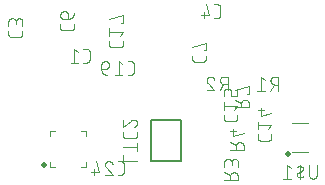
<source format=gbr>
G04 EAGLE Gerber X2 export*
%TF.Part,Single*%
%TF.FileFunction,Legend,Bot,1*%
%TF.FilePolarity,Positive*%
%TF.GenerationSoftware,Autodesk,EAGLE,9.1.0*%
%TF.CreationDate,2018-08-06T08:45:11Z*%
G75*
%MOMM*%
%FSLAX34Y34*%
%LPD*%
%AMOC8*
5,1,8,0,0,1.08239X$1,22.5*%
G01*
%ADD10C,0.101600*%
%ADD11C,0.127000*%
%ADD12C,0.500000*%
%ADD13C,0.120000*%


D10*
X122160Y573318D02*
X124756Y573318D01*
X124756Y573319D02*
X124855Y573321D01*
X124955Y573327D01*
X125054Y573336D01*
X125152Y573349D01*
X125250Y573366D01*
X125348Y573387D01*
X125444Y573412D01*
X125539Y573440D01*
X125633Y573472D01*
X125726Y573507D01*
X125818Y573546D01*
X125908Y573589D01*
X125996Y573634D01*
X126083Y573684D01*
X126167Y573736D01*
X126250Y573792D01*
X126330Y573850D01*
X126408Y573912D01*
X126483Y573977D01*
X126556Y574045D01*
X126626Y574115D01*
X126694Y574188D01*
X126759Y574263D01*
X126821Y574341D01*
X126879Y574421D01*
X126935Y574504D01*
X126987Y574588D01*
X127037Y574675D01*
X127082Y574763D01*
X127125Y574853D01*
X127164Y574945D01*
X127199Y575038D01*
X127231Y575132D01*
X127259Y575227D01*
X127284Y575323D01*
X127305Y575421D01*
X127322Y575519D01*
X127335Y575617D01*
X127344Y575716D01*
X127350Y575816D01*
X127352Y575915D01*
X127353Y575915D02*
X127353Y582406D01*
X127352Y582406D02*
X127350Y582505D01*
X127344Y582605D01*
X127335Y582704D01*
X127322Y582802D01*
X127305Y582900D01*
X127284Y582998D01*
X127259Y583094D01*
X127231Y583189D01*
X127199Y583283D01*
X127164Y583376D01*
X127125Y583468D01*
X127082Y583558D01*
X127037Y583646D01*
X126987Y583733D01*
X126935Y583817D01*
X126879Y583900D01*
X126821Y583980D01*
X126759Y584058D01*
X126694Y584133D01*
X126626Y584206D01*
X126556Y584276D01*
X126483Y584344D01*
X126408Y584409D01*
X126330Y584471D01*
X126250Y584529D01*
X126167Y584585D01*
X126083Y584637D01*
X125996Y584687D01*
X125908Y584732D01*
X125818Y584775D01*
X125726Y584814D01*
X125633Y584849D01*
X125539Y584881D01*
X125444Y584909D01*
X125348Y584934D01*
X125250Y584955D01*
X125152Y584972D01*
X125054Y584985D01*
X124955Y584994D01*
X124855Y585000D01*
X124756Y585002D01*
X122160Y585002D01*
X117794Y582406D02*
X114549Y585002D01*
X114549Y573318D01*
X117794Y573318D02*
X111303Y573318D01*
X269700Y512427D02*
X269700Y509831D01*
X269702Y509732D01*
X269708Y509632D01*
X269717Y509533D01*
X269730Y509435D01*
X269747Y509337D01*
X269768Y509239D01*
X269793Y509143D01*
X269821Y509048D01*
X269853Y508954D01*
X269888Y508861D01*
X269927Y508769D01*
X269970Y508679D01*
X270015Y508591D01*
X270065Y508504D01*
X270117Y508420D01*
X270173Y508337D01*
X270231Y508257D01*
X270293Y508179D01*
X270358Y508104D01*
X270426Y508031D01*
X270496Y507961D01*
X270569Y507893D01*
X270644Y507828D01*
X270722Y507766D01*
X270802Y507708D01*
X270885Y507652D01*
X270969Y507600D01*
X271056Y507550D01*
X271144Y507505D01*
X271234Y507462D01*
X271326Y507423D01*
X271419Y507388D01*
X271513Y507356D01*
X271608Y507328D01*
X271704Y507303D01*
X271802Y507282D01*
X271900Y507265D01*
X271998Y507252D01*
X272097Y507243D01*
X272197Y507237D01*
X272296Y507235D01*
X278787Y507235D01*
X278886Y507237D01*
X278986Y507243D01*
X279085Y507252D01*
X279183Y507265D01*
X279281Y507282D01*
X279379Y507303D01*
X279475Y507328D01*
X279570Y507356D01*
X279664Y507388D01*
X279757Y507423D01*
X279849Y507462D01*
X279939Y507505D01*
X280027Y507550D01*
X280114Y507600D01*
X280198Y507652D01*
X280281Y507708D01*
X280361Y507766D01*
X280439Y507828D01*
X280514Y507893D01*
X280587Y507961D01*
X280657Y508031D01*
X280725Y508104D01*
X280790Y508179D01*
X280852Y508257D01*
X280910Y508337D01*
X280966Y508420D01*
X281018Y508504D01*
X281068Y508591D01*
X281113Y508679D01*
X281156Y508769D01*
X281195Y508861D01*
X281230Y508953D01*
X281262Y509048D01*
X281290Y509143D01*
X281315Y509239D01*
X281336Y509337D01*
X281353Y509435D01*
X281366Y509533D01*
X281375Y509632D01*
X281381Y509732D01*
X281383Y509831D01*
X281384Y509831D02*
X281384Y512427D01*
X278787Y516793D02*
X281384Y520038D01*
X269700Y520038D01*
X269700Y516793D02*
X269700Y523284D01*
X272296Y528223D02*
X281384Y530819D01*
X272296Y528223D02*
X272296Y534714D01*
X274893Y532767D02*
X269700Y532767D01*
X240858Y528935D02*
X240858Y526339D01*
X240859Y526339D02*
X240861Y526240D01*
X240867Y526140D01*
X240876Y526041D01*
X240889Y525943D01*
X240906Y525845D01*
X240927Y525747D01*
X240952Y525651D01*
X240980Y525556D01*
X241012Y525462D01*
X241047Y525369D01*
X241086Y525277D01*
X241129Y525187D01*
X241174Y525099D01*
X241224Y525012D01*
X241276Y524928D01*
X241332Y524845D01*
X241390Y524765D01*
X241452Y524687D01*
X241517Y524612D01*
X241585Y524539D01*
X241655Y524469D01*
X241728Y524401D01*
X241803Y524336D01*
X241881Y524274D01*
X241961Y524216D01*
X242044Y524160D01*
X242128Y524108D01*
X242215Y524058D01*
X242303Y524013D01*
X242393Y523970D01*
X242485Y523931D01*
X242578Y523896D01*
X242672Y523864D01*
X242767Y523836D01*
X242863Y523811D01*
X242961Y523790D01*
X243059Y523773D01*
X243157Y523760D01*
X243256Y523751D01*
X243356Y523745D01*
X243455Y523743D01*
X243455Y523742D02*
X249946Y523742D01*
X249946Y523743D02*
X250045Y523745D01*
X250145Y523751D01*
X250244Y523760D01*
X250342Y523773D01*
X250440Y523790D01*
X250538Y523811D01*
X250634Y523836D01*
X250729Y523864D01*
X250823Y523896D01*
X250916Y523931D01*
X251008Y523970D01*
X251098Y524013D01*
X251186Y524058D01*
X251273Y524108D01*
X251357Y524160D01*
X251440Y524216D01*
X251520Y524274D01*
X251598Y524336D01*
X251673Y524401D01*
X251746Y524469D01*
X251816Y524539D01*
X251884Y524612D01*
X251949Y524687D01*
X252011Y524765D01*
X252069Y524845D01*
X252125Y524928D01*
X252177Y525012D01*
X252227Y525099D01*
X252272Y525187D01*
X252315Y525277D01*
X252354Y525369D01*
X252389Y525461D01*
X252421Y525556D01*
X252449Y525651D01*
X252474Y525747D01*
X252495Y525845D01*
X252512Y525943D01*
X252525Y526041D01*
X252534Y526140D01*
X252540Y526240D01*
X252542Y526339D01*
X252542Y528935D01*
X249946Y533301D02*
X252542Y536546D01*
X240858Y536546D01*
X240858Y533301D02*
X240858Y539792D01*
X240858Y544731D02*
X240858Y548625D01*
X240859Y548625D02*
X240861Y548724D01*
X240867Y548824D01*
X240876Y548923D01*
X240889Y549021D01*
X240906Y549119D01*
X240927Y549217D01*
X240952Y549313D01*
X240980Y549408D01*
X241012Y549502D01*
X241047Y549595D01*
X241086Y549687D01*
X241129Y549777D01*
X241174Y549865D01*
X241224Y549952D01*
X241276Y550036D01*
X241332Y550119D01*
X241390Y550199D01*
X241452Y550277D01*
X241517Y550352D01*
X241585Y550425D01*
X241655Y550495D01*
X241728Y550563D01*
X241803Y550628D01*
X241881Y550690D01*
X241961Y550748D01*
X242044Y550804D01*
X242128Y550856D01*
X242215Y550906D01*
X242303Y550951D01*
X242393Y550994D01*
X242485Y551033D01*
X242578Y551068D01*
X242672Y551100D01*
X242767Y551128D01*
X242863Y551153D01*
X242961Y551174D01*
X243059Y551191D01*
X243157Y551204D01*
X243256Y551213D01*
X243356Y551219D01*
X243455Y551221D01*
X243455Y551222D02*
X244753Y551222D01*
X244753Y551221D02*
X244852Y551219D01*
X244952Y551213D01*
X245051Y551204D01*
X245149Y551191D01*
X245247Y551174D01*
X245345Y551153D01*
X245441Y551128D01*
X245536Y551100D01*
X245630Y551068D01*
X245723Y551033D01*
X245815Y550994D01*
X245905Y550951D01*
X245993Y550906D01*
X246080Y550856D01*
X246164Y550804D01*
X246247Y550748D01*
X246327Y550690D01*
X246405Y550628D01*
X246480Y550563D01*
X246553Y550495D01*
X246623Y550425D01*
X246691Y550352D01*
X246756Y550277D01*
X246818Y550199D01*
X246876Y550119D01*
X246932Y550036D01*
X246984Y549952D01*
X247034Y549865D01*
X247079Y549777D01*
X247122Y549687D01*
X247161Y549595D01*
X247196Y549502D01*
X247228Y549408D01*
X247256Y549313D01*
X247281Y549217D01*
X247302Y549119D01*
X247319Y549021D01*
X247332Y548923D01*
X247341Y548824D01*
X247347Y548724D01*
X247349Y548625D01*
X247350Y548625D02*
X247350Y544731D01*
X252542Y544731D01*
X252542Y551222D01*
X143848Y588800D02*
X143848Y591396D01*
X143848Y588800D02*
X143850Y588701D01*
X143856Y588601D01*
X143865Y588502D01*
X143878Y588404D01*
X143895Y588306D01*
X143916Y588208D01*
X143941Y588112D01*
X143969Y588017D01*
X144001Y587923D01*
X144036Y587830D01*
X144075Y587738D01*
X144118Y587648D01*
X144163Y587560D01*
X144213Y587473D01*
X144265Y587389D01*
X144321Y587306D01*
X144379Y587226D01*
X144441Y587148D01*
X144506Y587073D01*
X144574Y587000D01*
X144644Y586930D01*
X144717Y586862D01*
X144792Y586797D01*
X144870Y586735D01*
X144950Y586677D01*
X145033Y586621D01*
X145117Y586569D01*
X145204Y586519D01*
X145292Y586474D01*
X145382Y586431D01*
X145474Y586392D01*
X145567Y586357D01*
X145661Y586325D01*
X145756Y586297D01*
X145852Y586272D01*
X145950Y586251D01*
X146048Y586234D01*
X146146Y586221D01*
X146245Y586212D01*
X146345Y586206D01*
X146444Y586204D01*
X146444Y586203D02*
X152935Y586203D01*
X152935Y586204D02*
X153034Y586206D01*
X153134Y586212D01*
X153233Y586221D01*
X153331Y586234D01*
X153429Y586251D01*
X153527Y586272D01*
X153623Y586297D01*
X153718Y586325D01*
X153812Y586357D01*
X153905Y586392D01*
X153997Y586431D01*
X154087Y586474D01*
X154175Y586519D01*
X154262Y586569D01*
X154346Y586621D01*
X154429Y586677D01*
X154509Y586735D01*
X154587Y586797D01*
X154662Y586862D01*
X154735Y586930D01*
X154805Y587000D01*
X154873Y587073D01*
X154938Y587148D01*
X155000Y587226D01*
X155058Y587306D01*
X155114Y587389D01*
X155166Y587473D01*
X155216Y587560D01*
X155261Y587648D01*
X155304Y587738D01*
X155343Y587830D01*
X155378Y587922D01*
X155410Y588017D01*
X155438Y588112D01*
X155463Y588208D01*
X155484Y588306D01*
X155501Y588404D01*
X155514Y588502D01*
X155523Y588601D01*
X155529Y588701D01*
X155531Y588800D01*
X155532Y588800D02*
X155532Y591396D01*
X152935Y595761D02*
X155532Y599007D01*
X143848Y599007D01*
X143848Y595761D02*
X143848Y602253D01*
X154233Y607191D02*
X155532Y607191D01*
X155532Y613682D01*
X143848Y610437D01*
X159605Y562774D02*
X162202Y562774D01*
X162202Y562775D02*
X162301Y562777D01*
X162401Y562783D01*
X162500Y562792D01*
X162598Y562805D01*
X162696Y562822D01*
X162794Y562843D01*
X162890Y562868D01*
X162985Y562896D01*
X163079Y562928D01*
X163172Y562963D01*
X163264Y563002D01*
X163354Y563045D01*
X163442Y563090D01*
X163529Y563140D01*
X163613Y563192D01*
X163696Y563248D01*
X163776Y563306D01*
X163854Y563368D01*
X163929Y563433D01*
X164002Y563501D01*
X164072Y563571D01*
X164140Y563644D01*
X164205Y563719D01*
X164267Y563797D01*
X164325Y563877D01*
X164381Y563960D01*
X164433Y564044D01*
X164483Y564131D01*
X164528Y564219D01*
X164571Y564309D01*
X164610Y564401D01*
X164645Y564494D01*
X164677Y564588D01*
X164705Y564683D01*
X164730Y564779D01*
X164751Y564877D01*
X164768Y564975D01*
X164781Y565073D01*
X164790Y565172D01*
X164796Y565272D01*
X164798Y565371D01*
X164798Y571862D01*
X164796Y571961D01*
X164790Y572061D01*
X164781Y572160D01*
X164768Y572258D01*
X164751Y572356D01*
X164730Y572454D01*
X164705Y572550D01*
X164677Y572645D01*
X164645Y572739D01*
X164610Y572832D01*
X164571Y572924D01*
X164528Y573014D01*
X164483Y573102D01*
X164433Y573189D01*
X164381Y573273D01*
X164325Y573356D01*
X164267Y573436D01*
X164205Y573514D01*
X164140Y573589D01*
X164072Y573662D01*
X164002Y573732D01*
X163929Y573800D01*
X163854Y573865D01*
X163776Y573927D01*
X163696Y573985D01*
X163613Y574041D01*
X163529Y574093D01*
X163442Y574143D01*
X163354Y574188D01*
X163264Y574231D01*
X163172Y574270D01*
X163079Y574305D01*
X162985Y574337D01*
X162890Y574365D01*
X162794Y574390D01*
X162696Y574411D01*
X162598Y574428D01*
X162500Y574441D01*
X162401Y574450D01*
X162301Y574456D01*
X162202Y574458D01*
X159605Y574458D01*
X155240Y571862D02*
X151994Y574458D01*
X151994Y562774D01*
X148749Y562774D02*
X155240Y562774D01*
X141213Y567967D02*
X137319Y567967D01*
X141213Y567968D02*
X141312Y567970D01*
X141412Y567976D01*
X141511Y567985D01*
X141609Y567998D01*
X141707Y568015D01*
X141805Y568036D01*
X141901Y568061D01*
X141996Y568089D01*
X142090Y568121D01*
X142183Y568156D01*
X142275Y568195D01*
X142365Y568238D01*
X142453Y568283D01*
X142540Y568333D01*
X142624Y568385D01*
X142707Y568441D01*
X142787Y568499D01*
X142865Y568561D01*
X142940Y568626D01*
X143013Y568694D01*
X143083Y568764D01*
X143151Y568837D01*
X143216Y568912D01*
X143278Y568990D01*
X143336Y569070D01*
X143392Y569153D01*
X143444Y569237D01*
X143494Y569324D01*
X143539Y569412D01*
X143582Y569502D01*
X143621Y569594D01*
X143656Y569687D01*
X143688Y569781D01*
X143716Y569876D01*
X143741Y569972D01*
X143762Y570070D01*
X143779Y570168D01*
X143792Y570266D01*
X143801Y570365D01*
X143807Y570465D01*
X143809Y570564D01*
X143810Y570564D02*
X143810Y571213D01*
X143808Y571326D01*
X143802Y571439D01*
X143792Y571552D01*
X143778Y571665D01*
X143761Y571777D01*
X143739Y571888D01*
X143714Y571998D01*
X143684Y572108D01*
X143651Y572216D01*
X143614Y572323D01*
X143574Y572429D01*
X143529Y572533D01*
X143481Y572636D01*
X143430Y572737D01*
X143375Y572836D01*
X143317Y572933D01*
X143255Y573028D01*
X143190Y573121D01*
X143122Y573211D01*
X143051Y573299D01*
X142976Y573385D01*
X142899Y573468D01*
X142819Y573548D01*
X142736Y573625D01*
X142650Y573700D01*
X142562Y573771D01*
X142472Y573839D01*
X142379Y573904D01*
X142284Y573966D01*
X142187Y574024D01*
X142088Y574079D01*
X141987Y574130D01*
X141884Y574178D01*
X141780Y574223D01*
X141674Y574263D01*
X141567Y574300D01*
X141459Y574333D01*
X141349Y574363D01*
X141239Y574388D01*
X141128Y574410D01*
X141016Y574427D01*
X140903Y574441D01*
X140790Y574451D01*
X140677Y574457D01*
X140564Y574459D01*
X140451Y574457D01*
X140338Y574451D01*
X140225Y574441D01*
X140112Y574427D01*
X140000Y574410D01*
X139889Y574388D01*
X139779Y574363D01*
X139669Y574333D01*
X139561Y574300D01*
X139454Y574263D01*
X139348Y574223D01*
X139244Y574178D01*
X139141Y574130D01*
X139040Y574079D01*
X138941Y574024D01*
X138844Y573966D01*
X138749Y573904D01*
X138656Y573839D01*
X138566Y573771D01*
X138478Y573700D01*
X138392Y573625D01*
X138309Y573548D01*
X138229Y573468D01*
X138152Y573385D01*
X138077Y573299D01*
X138006Y573211D01*
X137938Y573121D01*
X137873Y573028D01*
X137811Y572933D01*
X137753Y572836D01*
X137698Y572737D01*
X137647Y572636D01*
X137599Y572533D01*
X137554Y572429D01*
X137514Y572323D01*
X137477Y572216D01*
X137444Y572108D01*
X137414Y571998D01*
X137389Y571888D01*
X137367Y571777D01*
X137350Y571665D01*
X137336Y571552D01*
X137326Y571439D01*
X137320Y571326D01*
X137318Y571213D01*
X137319Y571213D02*
X137319Y567967D01*
X137321Y567824D01*
X137327Y567681D01*
X137337Y567538D01*
X137351Y567396D01*
X137368Y567254D01*
X137390Y567112D01*
X137415Y566971D01*
X137445Y566831D01*
X137478Y566692D01*
X137515Y566554D01*
X137556Y566417D01*
X137600Y566281D01*
X137649Y566146D01*
X137701Y566013D01*
X137756Y565881D01*
X137816Y565751D01*
X137879Y565622D01*
X137945Y565495D01*
X138015Y565371D01*
X138088Y565248D01*
X138165Y565127D01*
X138245Y565008D01*
X138328Y564892D01*
X138414Y564777D01*
X138503Y564666D01*
X138596Y564556D01*
X138691Y564450D01*
X138790Y564346D01*
X138891Y564245D01*
X138995Y564146D01*
X139101Y564051D01*
X139211Y563958D01*
X139322Y563869D01*
X139437Y563783D01*
X139553Y563700D01*
X139672Y563620D01*
X139793Y563543D01*
X139915Y563470D01*
X140040Y563400D01*
X140167Y563334D01*
X140296Y563271D01*
X140426Y563211D01*
X140558Y563156D01*
X140691Y563104D01*
X140826Y563055D01*
X140962Y563011D01*
X141099Y562970D01*
X141237Y562933D01*
X141376Y562900D01*
X141516Y562870D01*
X141657Y562845D01*
X141799Y562823D01*
X141941Y562806D01*
X142083Y562792D01*
X142226Y562782D01*
X142369Y562776D01*
X142512Y562774D01*
X151278Y478205D02*
X153874Y478205D01*
X153973Y478207D01*
X154073Y478213D01*
X154172Y478222D01*
X154270Y478235D01*
X154368Y478252D01*
X154466Y478273D01*
X154562Y478298D01*
X154657Y478326D01*
X154751Y478358D01*
X154844Y478393D01*
X154936Y478432D01*
X155026Y478475D01*
X155114Y478520D01*
X155201Y478570D01*
X155285Y478622D01*
X155368Y478678D01*
X155448Y478736D01*
X155526Y478798D01*
X155601Y478863D01*
X155674Y478931D01*
X155744Y479001D01*
X155812Y479074D01*
X155877Y479149D01*
X155939Y479227D01*
X155997Y479307D01*
X156053Y479390D01*
X156105Y479474D01*
X156155Y479561D01*
X156200Y479649D01*
X156243Y479739D01*
X156282Y479831D01*
X156317Y479924D01*
X156349Y480018D01*
X156377Y480113D01*
X156402Y480209D01*
X156423Y480307D01*
X156440Y480405D01*
X156453Y480503D01*
X156462Y480602D01*
X156468Y480702D01*
X156470Y480801D01*
X156470Y487292D01*
X156468Y487391D01*
X156462Y487491D01*
X156453Y487590D01*
X156440Y487688D01*
X156423Y487786D01*
X156402Y487884D01*
X156377Y487980D01*
X156349Y488075D01*
X156317Y488169D01*
X156282Y488262D01*
X156243Y488354D01*
X156200Y488444D01*
X156155Y488532D01*
X156105Y488619D01*
X156053Y488703D01*
X155997Y488786D01*
X155939Y488866D01*
X155877Y488944D01*
X155812Y489019D01*
X155744Y489092D01*
X155674Y489162D01*
X155601Y489230D01*
X155526Y489295D01*
X155448Y489357D01*
X155368Y489415D01*
X155285Y489471D01*
X155201Y489523D01*
X155114Y489573D01*
X155026Y489618D01*
X154936Y489661D01*
X154844Y489700D01*
X154751Y489735D01*
X154657Y489767D01*
X154562Y489795D01*
X154466Y489820D01*
X154368Y489841D01*
X154270Y489858D01*
X154172Y489871D01*
X154073Y489880D01*
X153973Y489886D01*
X153874Y489888D01*
X153874Y489889D02*
X151278Y489889D01*
X143342Y489889D02*
X143235Y489887D01*
X143129Y489881D01*
X143023Y489871D01*
X142917Y489858D01*
X142811Y489840D01*
X142707Y489819D01*
X142603Y489794D01*
X142500Y489765D01*
X142399Y489733D01*
X142299Y489696D01*
X142200Y489656D01*
X142102Y489613D01*
X142006Y489566D01*
X141912Y489515D01*
X141820Y489461D01*
X141730Y489404D01*
X141642Y489344D01*
X141557Y489280D01*
X141474Y489213D01*
X141393Y489143D01*
X141315Y489071D01*
X141239Y488995D01*
X141167Y488917D01*
X141097Y488836D01*
X141030Y488753D01*
X140966Y488668D01*
X140906Y488580D01*
X140849Y488490D01*
X140795Y488398D01*
X140744Y488304D01*
X140697Y488208D01*
X140654Y488110D01*
X140614Y488011D01*
X140577Y487911D01*
X140545Y487810D01*
X140516Y487707D01*
X140491Y487603D01*
X140470Y487499D01*
X140452Y487393D01*
X140439Y487287D01*
X140429Y487181D01*
X140423Y487075D01*
X140421Y486968D01*
X143342Y489889D02*
X143463Y489887D01*
X143584Y489881D01*
X143704Y489871D01*
X143825Y489858D01*
X143944Y489840D01*
X144064Y489819D01*
X144182Y489794D01*
X144299Y489765D01*
X144416Y489732D01*
X144531Y489696D01*
X144645Y489655D01*
X144758Y489612D01*
X144870Y489564D01*
X144979Y489513D01*
X145087Y489458D01*
X145194Y489400D01*
X145298Y489339D01*
X145400Y489274D01*
X145500Y489206D01*
X145598Y489135D01*
X145694Y489061D01*
X145787Y488984D01*
X145877Y488903D01*
X145965Y488820D01*
X146050Y488734D01*
X146133Y488645D01*
X146212Y488554D01*
X146289Y488460D01*
X146362Y488364D01*
X146432Y488266D01*
X146499Y488165D01*
X146563Y488062D01*
X146624Y487957D01*
X146681Y487850D01*
X146734Y487742D01*
X146784Y487632D01*
X146830Y487520D01*
X146873Y487407D01*
X146912Y487292D01*
X141396Y484696D02*
X141317Y484774D01*
X141241Y484854D01*
X141168Y484937D01*
X141098Y485023D01*
X141031Y485110D01*
X140967Y485201D01*
X140907Y485293D01*
X140849Y485387D01*
X140795Y485484D01*
X140745Y485582D01*
X140698Y485682D01*
X140654Y485783D01*
X140614Y485886D01*
X140578Y485991D01*
X140546Y486096D01*
X140517Y486203D01*
X140492Y486310D01*
X140470Y486419D01*
X140453Y486528D01*
X140439Y486637D01*
X140430Y486747D01*
X140424Y486858D01*
X140422Y486968D01*
X141395Y484696D02*
X146912Y478205D01*
X140421Y478205D01*
X135482Y480801D02*
X132886Y489889D01*
X135482Y480801D02*
X128991Y480801D01*
X130938Y483397D02*
X130938Y478205D01*
X58612Y597397D02*
X58612Y599993D01*
X58613Y597397D02*
X58615Y597298D01*
X58621Y597198D01*
X58630Y597099D01*
X58643Y597001D01*
X58660Y596903D01*
X58681Y596805D01*
X58706Y596709D01*
X58734Y596614D01*
X58766Y596520D01*
X58801Y596427D01*
X58840Y596335D01*
X58883Y596245D01*
X58928Y596157D01*
X58978Y596070D01*
X59030Y595986D01*
X59086Y595903D01*
X59144Y595823D01*
X59206Y595745D01*
X59271Y595670D01*
X59339Y595597D01*
X59409Y595527D01*
X59482Y595459D01*
X59557Y595394D01*
X59635Y595332D01*
X59715Y595274D01*
X59798Y595218D01*
X59882Y595166D01*
X59969Y595116D01*
X60057Y595071D01*
X60147Y595028D01*
X60239Y594989D01*
X60332Y594954D01*
X60426Y594922D01*
X60521Y594894D01*
X60617Y594869D01*
X60715Y594848D01*
X60813Y594831D01*
X60911Y594818D01*
X61010Y594809D01*
X61110Y594803D01*
X61209Y594801D01*
X61209Y594800D02*
X67700Y594800D01*
X67700Y594801D02*
X67799Y594803D01*
X67899Y594809D01*
X67998Y594818D01*
X68096Y594831D01*
X68194Y594848D01*
X68292Y594869D01*
X68388Y594894D01*
X68483Y594922D01*
X68577Y594954D01*
X68670Y594989D01*
X68762Y595028D01*
X68852Y595071D01*
X68940Y595116D01*
X69027Y595166D01*
X69111Y595218D01*
X69194Y595274D01*
X69274Y595332D01*
X69352Y595394D01*
X69427Y595459D01*
X69500Y595527D01*
X69570Y595597D01*
X69638Y595670D01*
X69703Y595745D01*
X69765Y595823D01*
X69823Y595903D01*
X69879Y595986D01*
X69931Y596070D01*
X69981Y596157D01*
X70026Y596245D01*
X70069Y596335D01*
X70108Y596427D01*
X70143Y596519D01*
X70175Y596614D01*
X70203Y596709D01*
X70228Y596805D01*
X70249Y596903D01*
X70266Y597001D01*
X70279Y597099D01*
X70288Y597198D01*
X70294Y597298D01*
X70296Y597397D01*
X70296Y599993D01*
X58612Y604358D02*
X58612Y607604D01*
X58614Y607717D01*
X58620Y607830D01*
X58630Y607943D01*
X58644Y608056D01*
X58661Y608168D01*
X58683Y608279D01*
X58708Y608389D01*
X58738Y608499D01*
X58771Y608607D01*
X58808Y608714D01*
X58848Y608820D01*
X58893Y608924D01*
X58941Y609027D01*
X58992Y609128D01*
X59047Y609227D01*
X59105Y609324D01*
X59167Y609419D01*
X59232Y609512D01*
X59300Y609602D01*
X59371Y609690D01*
X59446Y609776D01*
X59523Y609859D01*
X59603Y609939D01*
X59686Y610016D01*
X59772Y610091D01*
X59860Y610162D01*
X59950Y610230D01*
X60043Y610295D01*
X60138Y610357D01*
X60235Y610415D01*
X60334Y610470D01*
X60435Y610521D01*
X60538Y610569D01*
X60642Y610614D01*
X60748Y610654D01*
X60855Y610691D01*
X60963Y610724D01*
X61073Y610754D01*
X61183Y610779D01*
X61294Y610801D01*
X61406Y610818D01*
X61519Y610832D01*
X61632Y610842D01*
X61745Y610848D01*
X61858Y610850D01*
X61971Y610848D01*
X62084Y610842D01*
X62197Y610832D01*
X62310Y610818D01*
X62422Y610801D01*
X62533Y610779D01*
X62643Y610754D01*
X62753Y610724D01*
X62861Y610691D01*
X62968Y610654D01*
X63074Y610614D01*
X63178Y610569D01*
X63281Y610521D01*
X63382Y610470D01*
X63481Y610415D01*
X63578Y610357D01*
X63673Y610295D01*
X63766Y610230D01*
X63856Y610162D01*
X63944Y610091D01*
X64030Y610016D01*
X64113Y609939D01*
X64193Y609859D01*
X64270Y609776D01*
X64345Y609690D01*
X64416Y609602D01*
X64484Y609512D01*
X64549Y609419D01*
X64611Y609324D01*
X64669Y609227D01*
X64724Y609128D01*
X64775Y609027D01*
X64823Y608924D01*
X64868Y608820D01*
X64908Y608714D01*
X64945Y608607D01*
X64978Y608499D01*
X65008Y608389D01*
X65033Y608279D01*
X65055Y608168D01*
X65072Y608056D01*
X65086Y607943D01*
X65096Y607830D01*
X65102Y607717D01*
X65104Y607604D01*
X70296Y608253D02*
X70296Y604358D01*
X70296Y608253D02*
X70294Y608354D01*
X70288Y608454D01*
X70278Y608554D01*
X70265Y608654D01*
X70247Y608753D01*
X70226Y608852D01*
X70201Y608949D01*
X70172Y609046D01*
X70139Y609141D01*
X70103Y609235D01*
X70063Y609327D01*
X70020Y609418D01*
X69973Y609507D01*
X69923Y609594D01*
X69869Y609680D01*
X69812Y609763D01*
X69752Y609843D01*
X69689Y609922D01*
X69622Y609998D01*
X69553Y610071D01*
X69481Y610141D01*
X69407Y610209D01*
X69330Y610274D01*
X69250Y610335D01*
X69168Y610394D01*
X69084Y610449D01*
X68998Y610501D01*
X68910Y610550D01*
X68820Y610595D01*
X68728Y610637D01*
X68635Y610675D01*
X68540Y610709D01*
X68445Y610740D01*
X68348Y610767D01*
X68250Y610790D01*
X68151Y610810D01*
X68051Y610825D01*
X67951Y610837D01*
X67851Y610845D01*
X67750Y610849D01*
X67650Y610849D01*
X67549Y610845D01*
X67449Y610837D01*
X67349Y610825D01*
X67249Y610810D01*
X67150Y610790D01*
X67052Y610767D01*
X66955Y610740D01*
X66860Y610709D01*
X66765Y610675D01*
X66672Y610637D01*
X66580Y610595D01*
X66490Y610550D01*
X66402Y610501D01*
X66316Y610449D01*
X66232Y610394D01*
X66150Y610335D01*
X66070Y610274D01*
X65993Y610209D01*
X65919Y610141D01*
X65847Y610071D01*
X65778Y609998D01*
X65711Y609922D01*
X65648Y609843D01*
X65588Y609763D01*
X65531Y609680D01*
X65477Y609594D01*
X65427Y609507D01*
X65380Y609418D01*
X65337Y609327D01*
X65297Y609235D01*
X65261Y609141D01*
X65228Y609046D01*
X65199Y608949D01*
X65174Y608852D01*
X65153Y608753D01*
X65135Y608654D01*
X65122Y608554D01*
X65112Y608454D01*
X65106Y608354D01*
X65104Y608253D01*
X65103Y608253D02*
X65103Y605656D01*
X232855Y610920D02*
X235451Y610920D01*
X235451Y610921D02*
X235550Y610923D01*
X235650Y610929D01*
X235749Y610938D01*
X235847Y610951D01*
X235945Y610968D01*
X236043Y610989D01*
X236139Y611014D01*
X236234Y611042D01*
X236328Y611074D01*
X236421Y611109D01*
X236513Y611148D01*
X236603Y611191D01*
X236691Y611236D01*
X236778Y611286D01*
X236862Y611338D01*
X236945Y611394D01*
X237025Y611452D01*
X237103Y611514D01*
X237178Y611579D01*
X237251Y611647D01*
X237321Y611717D01*
X237389Y611790D01*
X237454Y611865D01*
X237516Y611943D01*
X237574Y612023D01*
X237630Y612106D01*
X237682Y612190D01*
X237732Y612277D01*
X237777Y612365D01*
X237820Y612455D01*
X237859Y612547D01*
X237894Y612640D01*
X237926Y612734D01*
X237954Y612829D01*
X237979Y612925D01*
X238000Y613023D01*
X238017Y613121D01*
X238030Y613219D01*
X238039Y613318D01*
X238045Y613418D01*
X238047Y613517D01*
X238048Y613517D02*
X238048Y620008D01*
X238047Y620008D02*
X238045Y620107D01*
X238039Y620207D01*
X238030Y620306D01*
X238017Y620404D01*
X238000Y620502D01*
X237979Y620600D01*
X237954Y620696D01*
X237926Y620791D01*
X237894Y620885D01*
X237859Y620978D01*
X237820Y621070D01*
X237777Y621160D01*
X237732Y621248D01*
X237682Y621335D01*
X237630Y621419D01*
X237574Y621502D01*
X237516Y621582D01*
X237454Y621660D01*
X237389Y621735D01*
X237321Y621808D01*
X237251Y621878D01*
X237178Y621946D01*
X237103Y622011D01*
X237025Y622073D01*
X236945Y622131D01*
X236862Y622187D01*
X236778Y622239D01*
X236691Y622289D01*
X236603Y622334D01*
X236513Y622377D01*
X236421Y622416D01*
X236328Y622451D01*
X236234Y622483D01*
X236139Y622511D01*
X236043Y622536D01*
X235945Y622557D01*
X235847Y622574D01*
X235749Y622587D01*
X235650Y622596D01*
X235550Y622602D01*
X235451Y622604D01*
X232855Y622604D01*
X225893Y622604D02*
X228489Y613517D01*
X221998Y613517D01*
X223946Y616113D02*
X223946Y610920D01*
X102480Y605809D02*
X102480Y603213D01*
X102481Y603213D02*
X102483Y603114D01*
X102489Y603014D01*
X102498Y602915D01*
X102511Y602817D01*
X102528Y602719D01*
X102549Y602621D01*
X102574Y602525D01*
X102602Y602430D01*
X102634Y602336D01*
X102669Y602243D01*
X102708Y602151D01*
X102751Y602061D01*
X102796Y601973D01*
X102846Y601886D01*
X102898Y601802D01*
X102954Y601719D01*
X103012Y601639D01*
X103074Y601561D01*
X103139Y601486D01*
X103207Y601413D01*
X103277Y601343D01*
X103350Y601275D01*
X103425Y601210D01*
X103503Y601148D01*
X103583Y601090D01*
X103666Y601034D01*
X103750Y600982D01*
X103837Y600932D01*
X103925Y600887D01*
X104015Y600844D01*
X104107Y600805D01*
X104200Y600770D01*
X104294Y600738D01*
X104389Y600710D01*
X104485Y600685D01*
X104583Y600664D01*
X104681Y600647D01*
X104779Y600634D01*
X104878Y600625D01*
X104978Y600619D01*
X105077Y600617D01*
X105077Y600616D02*
X111568Y600616D01*
X111568Y600617D02*
X111667Y600619D01*
X111767Y600625D01*
X111866Y600634D01*
X111964Y600647D01*
X112062Y600664D01*
X112160Y600685D01*
X112256Y600710D01*
X112351Y600738D01*
X112445Y600770D01*
X112538Y600805D01*
X112630Y600844D01*
X112720Y600887D01*
X112808Y600932D01*
X112895Y600982D01*
X112979Y601034D01*
X113062Y601090D01*
X113142Y601148D01*
X113220Y601210D01*
X113295Y601275D01*
X113368Y601343D01*
X113438Y601413D01*
X113506Y601486D01*
X113571Y601561D01*
X113633Y601639D01*
X113691Y601719D01*
X113747Y601802D01*
X113799Y601886D01*
X113849Y601973D01*
X113894Y602061D01*
X113937Y602151D01*
X113976Y602243D01*
X114011Y602335D01*
X114043Y602430D01*
X114071Y602525D01*
X114096Y602621D01*
X114117Y602719D01*
X114134Y602817D01*
X114147Y602915D01*
X114156Y603014D01*
X114162Y603114D01*
X114164Y603213D01*
X114164Y605809D01*
X108971Y610175D02*
X108971Y614069D01*
X108969Y614168D01*
X108963Y614268D01*
X108954Y614367D01*
X108941Y614465D01*
X108924Y614563D01*
X108903Y614661D01*
X108878Y614757D01*
X108850Y614852D01*
X108818Y614946D01*
X108783Y615039D01*
X108744Y615131D01*
X108701Y615221D01*
X108656Y615309D01*
X108606Y615396D01*
X108554Y615480D01*
X108498Y615563D01*
X108440Y615643D01*
X108378Y615721D01*
X108313Y615796D01*
X108245Y615869D01*
X108175Y615939D01*
X108102Y616007D01*
X108027Y616072D01*
X107949Y616134D01*
X107869Y616192D01*
X107786Y616248D01*
X107702Y616300D01*
X107615Y616350D01*
X107527Y616395D01*
X107437Y616438D01*
X107345Y616477D01*
X107252Y616512D01*
X107158Y616544D01*
X107063Y616572D01*
X106967Y616597D01*
X106869Y616618D01*
X106771Y616635D01*
X106673Y616648D01*
X106574Y616657D01*
X106474Y616663D01*
X106375Y616665D01*
X106375Y616666D02*
X105726Y616666D01*
X105613Y616664D01*
X105500Y616658D01*
X105387Y616648D01*
X105274Y616634D01*
X105162Y616617D01*
X105051Y616595D01*
X104941Y616570D01*
X104831Y616540D01*
X104723Y616507D01*
X104616Y616470D01*
X104510Y616430D01*
X104406Y616385D01*
X104303Y616337D01*
X104202Y616286D01*
X104103Y616231D01*
X104006Y616173D01*
X103911Y616111D01*
X103818Y616046D01*
X103728Y615978D01*
X103640Y615907D01*
X103554Y615832D01*
X103471Y615755D01*
X103391Y615675D01*
X103314Y615592D01*
X103239Y615506D01*
X103168Y615418D01*
X103100Y615328D01*
X103035Y615235D01*
X102973Y615140D01*
X102915Y615043D01*
X102860Y614944D01*
X102809Y614843D01*
X102761Y614740D01*
X102716Y614636D01*
X102676Y614530D01*
X102639Y614423D01*
X102606Y614315D01*
X102576Y614205D01*
X102551Y614095D01*
X102529Y613984D01*
X102512Y613872D01*
X102498Y613759D01*
X102488Y613646D01*
X102482Y613533D01*
X102480Y613420D01*
X102482Y613307D01*
X102488Y613194D01*
X102498Y613081D01*
X102512Y612968D01*
X102529Y612856D01*
X102551Y612745D01*
X102576Y612635D01*
X102606Y612525D01*
X102639Y612417D01*
X102676Y612310D01*
X102716Y612204D01*
X102761Y612100D01*
X102809Y611997D01*
X102860Y611896D01*
X102915Y611797D01*
X102973Y611700D01*
X103035Y611605D01*
X103100Y611512D01*
X103168Y611422D01*
X103239Y611334D01*
X103314Y611248D01*
X103391Y611165D01*
X103471Y611085D01*
X103554Y611008D01*
X103640Y610933D01*
X103728Y610862D01*
X103818Y610794D01*
X103911Y610729D01*
X104006Y610667D01*
X104103Y610609D01*
X104202Y610554D01*
X104303Y610503D01*
X104406Y610455D01*
X104510Y610410D01*
X104616Y610370D01*
X104723Y610333D01*
X104831Y610300D01*
X104941Y610270D01*
X105051Y610245D01*
X105162Y610223D01*
X105274Y610206D01*
X105387Y610192D01*
X105500Y610182D01*
X105613Y610176D01*
X105726Y610174D01*
X105726Y610175D02*
X108971Y610175D01*
X108971Y610174D02*
X109114Y610176D01*
X109257Y610182D01*
X109400Y610192D01*
X109542Y610206D01*
X109684Y610223D01*
X109826Y610245D01*
X109967Y610270D01*
X110107Y610300D01*
X110246Y610333D01*
X110384Y610370D01*
X110521Y610411D01*
X110657Y610455D01*
X110792Y610504D01*
X110925Y610556D01*
X111057Y610611D01*
X111187Y610671D01*
X111316Y610734D01*
X111443Y610800D01*
X111567Y610870D01*
X111690Y610943D01*
X111811Y611020D01*
X111930Y611100D01*
X112046Y611183D01*
X112161Y611269D01*
X112272Y611358D01*
X112382Y611451D01*
X112488Y611546D01*
X112592Y611645D01*
X112693Y611746D01*
X112792Y611850D01*
X112887Y611956D01*
X112980Y612066D01*
X113069Y612177D01*
X113155Y612292D01*
X113238Y612408D01*
X113318Y612527D01*
X113395Y612648D01*
X113468Y612770D01*
X113538Y612895D01*
X113604Y613022D01*
X113667Y613151D01*
X113727Y613281D01*
X113782Y613413D01*
X113834Y613546D01*
X113883Y613681D01*
X113927Y613817D01*
X113968Y613954D01*
X114005Y614092D01*
X114038Y614231D01*
X114068Y614371D01*
X114093Y614512D01*
X114115Y614654D01*
X114132Y614796D01*
X114146Y614938D01*
X114156Y615081D01*
X114162Y615224D01*
X114164Y615367D01*
X214211Y579195D02*
X214211Y576598D01*
X214212Y576598D02*
X214214Y576499D01*
X214220Y576399D01*
X214229Y576300D01*
X214242Y576202D01*
X214259Y576104D01*
X214280Y576006D01*
X214305Y575910D01*
X214333Y575815D01*
X214365Y575721D01*
X214400Y575628D01*
X214439Y575536D01*
X214482Y575446D01*
X214527Y575358D01*
X214577Y575271D01*
X214629Y575187D01*
X214685Y575104D01*
X214743Y575024D01*
X214805Y574946D01*
X214870Y574871D01*
X214938Y574798D01*
X215008Y574728D01*
X215081Y574660D01*
X215156Y574595D01*
X215234Y574533D01*
X215314Y574475D01*
X215397Y574419D01*
X215481Y574367D01*
X215568Y574317D01*
X215656Y574272D01*
X215746Y574229D01*
X215838Y574190D01*
X215931Y574155D01*
X216025Y574123D01*
X216120Y574095D01*
X216216Y574070D01*
X216314Y574049D01*
X216412Y574032D01*
X216510Y574019D01*
X216609Y574010D01*
X216709Y574004D01*
X216808Y574002D01*
X223299Y574002D01*
X223398Y574004D01*
X223498Y574010D01*
X223597Y574019D01*
X223695Y574032D01*
X223793Y574049D01*
X223891Y574070D01*
X223987Y574095D01*
X224082Y574123D01*
X224176Y574155D01*
X224269Y574190D01*
X224361Y574229D01*
X224451Y574272D01*
X224539Y574317D01*
X224626Y574367D01*
X224710Y574419D01*
X224793Y574475D01*
X224873Y574533D01*
X224951Y574595D01*
X225026Y574660D01*
X225099Y574728D01*
X225169Y574798D01*
X225237Y574871D01*
X225302Y574946D01*
X225364Y575024D01*
X225422Y575104D01*
X225478Y575187D01*
X225530Y575271D01*
X225580Y575358D01*
X225625Y575446D01*
X225668Y575536D01*
X225707Y575628D01*
X225742Y575720D01*
X225774Y575815D01*
X225802Y575910D01*
X225827Y576006D01*
X225848Y576104D01*
X225865Y576202D01*
X225878Y576300D01*
X225887Y576399D01*
X225893Y576499D01*
X225895Y576598D01*
X225895Y579195D01*
X225895Y583560D02*
X224597Y583560D01*
X225895Y583560D02*
X225895Y590051D01*
X214211Y586805D01*
D11*
X204796Y524900D02*
X179796Y524900D01*
X179796Y489900D01*
X204796Y489900D02*
X204796Y524900D01*
X204796Y489900D02*
X179796Y489900D01*
D10*
X167407Y489687D02*
X155723Y489687D01*
X155723Y494880D01*
X155723Y501673D02*
X167407Y501673D01*
X167407Y498428D02*
X167407Y504919D01*
X155723Y511659D02*
X155723Y514255D01*
X155723Y511659D02*
X155725Y511560D01*
X155731Y511460D01*
X155740Y511361D01*
X155753Y511263D01*
X155770Y511165D01*
X155791Y511067D01*
X155816Y510971D01*
X155844Y510876D01*
X155876Y510782D01*
X155911Y510689D01*
X155950Y510597D01*
X155993Y510507D01*
X156038Y510419D01*
X156088Y510332D01*
X156140Y510248D01*
X156196Y510165D01*
X156254Y510085D01*
X156316Y510007D01*
X156381Y509932D01*
X156449Y509859D01*
X156519Y509789D01*
X156592Y509721D01*
X156667Y509656D01*
X156745Y509594D01*
X156825Y509536D01*
X156908Y509480D01*
X156992Y509428D01*
X157079Y509378D01*
X157167Y509333D01*
X157257Y509290D01*
X157349Y509251D01*
X157442Y509216D01*
X157536Y509184D01*
X157631Y509156D01*
X157727Y509131D01*
X157825Y509110D01*
X157923Y509093D01*
X158021Y509080D01*
X158120Y509071D01*
X158220Y509065D01*
X158319Y509063D01*
X158319Y509062D02*
X164810Y509062D01*
X164810Y509063D02*
X164909Y509065D01*
X165009Y509071D01*
X165108Y509080D01*
X165206Y509093D01*
X165304Y509110D01*
X165402Y509131D01*
X165498Y509156D01*
X165593Y509184D01*
X165687Y509216D01*
X165780Y509251D01*
X165872Y509290D01*
X165962Y509333D01*
X166050Y509378D01*
X166137Y509428D01*
X166221Y509480D01*
X166304Y509536D01*
X166384Y509594D01*
X166462Y509656D01*
X166537Y509721D01*
X166610Y509789D01*
X166680Y509859D01*
X166748Y509932D01*
X166813Y510007D01*
X166875Y510085D01*
X166933Y510165D01*
X166989Y510248D01*
X167041Y510332D01*
X167091Y510419D01*
X167136Y510507D01*
X167179Y510597D01*
X167218Y510689D01*
X167253Y510781D01*
X167285Y510876D01*
X167313Y510971D01*
X167338Y511067D01*
X167359Y511165D01*
X167376Y511263D01*
X167389Y511361D01*
X167398Y511460D01*
X167404Y511560D01*
X167406Y511659D01*
X167407Y511659D02*
X167407Y514255D01*
X167407Y522191D02*
X167405Y522298D01*
X167399Y522404D01*
X167389Y522510D01*
X167376Y522616D01*
X167358Y522722D01*
X167337Y522826D01*
X167312Y522930D01*
X167283Y523033D01*
X167251Y523134D01*
X167214Y523234D01*
X167174Y523333D01*
X167131Y523431D01*
X167084Y523527D01*
X167033Y523621D01*
X166979Y523713D01*
X166922Y523803D01*
X166862Y523891D01*
X166798Y523976D01*
X166731Y524059D01*
X166661Y524140D01*
X166589Y524218D01*
X166513Y524294D01*
X166435Y524366D01*
X166354Y524436D01*
X166271Y524503D01*
X166186Y524567D01*
X166098Y524627D01*
X166008Y524684D01*
X165916Y524738D01*
X165822Y524789D01*
X165726Y524836D01*
X165628Y524879D01*
X165529Y524919D01*
X165429Y524956D01*
X165328Y524988D01*
X165225Y525017D01*
X165121Y525042D01*
X165017Y525063D01*
X164911Y525081D01*
X164805Y525094D01*
X164699Y525104D01*
X164593Y525110D01*
X164486Y525112D01*
X167407Y522191D02*
X167405Y522070D01*
X167399Y521949D01*
X167389Y521829D01*
X167376Y521708D01*
X167358Y521589D01*
X167337Y521469D01*
X167312Y521351D01*
X167283Y521234D01*
X167250Y521117D01*
X167214Y521002D01*
X167173Y520888D01*
X167130Y520775D01*
X167082Y520663D01*
X167031Y520554D01*
X166976Y520446D01*
X166918Y520339D01*
X166857Y520235D01*
X166792Y520133D01*
X166724Y520033D01*
X166653Y519935D01*
X166579Y519839D01*
X166502Y519746D01*
X166421Y519656D01*
X166338Y519568D01*
X166252Y519483D01*
X166163Y519400D01*
X166072Y519321D01*
X165978Y519244D01*
X165882Y519171D01*
X165784Y519101D01*
X165683Y519034D01*
X165580Y518970D01*
X165475Y518910D01*
X165368Y518853D01*
X165260Y518799D01*
X165150Y518749D01*
X165038Y518703D01*
X164925Y518660D01*
X164810Y518621D01*
X162214Y524138D02*
X162291Y524217D01*
X162372Y524293D01*
X162455Y524366D01*
X162540Y524436D01*
X162628Y524503D01*
X162718Y524567D01*
X162810Y524627D01*
X162905Y524684D01*
X163001Y524738D01*
X163099Y524789D01*
X163199Y524836D01*
X163301Y524880D01*
X163404Y524920D01*
X163508Y524956D01*
X163614Y524988D01*
X163720Y525017D01*
X163828Y525042D01*
X163936Y525064D01*
X164046Y525081D01*
X164155Y525095D01*
X164265Y525104D01*
X164376Y525110D01*
X164486Y525112D01*
X162214Y524138D02*
X155723Y518621D01*
X155723Y525112D01*
X287036Y549531D02*
X287036Y561215D01*
X283790Y561215D01*
X283790Y561216D02*
X283677Y561214D01*
X283564Y561208D01*
X283451Y561198D01*
X283338Y561184D01*
X283226Y561167D01*
X283115Y561145D01*
X283005Y561120D01*
X282895Y561090D01*
X282787Y561057D01*
X282680Y561020D01*
X282574Y560980D01*
X282470Y560935D01*
X282367Y560887D01*
X282266Y560836D01*
X282167Y560781D01*
X282070Y560723D01*
X281975Y560661D01*
X281882Y560596D01*
X281792Y560528D01*
X281704Y560457D01*
X281618Y560382D01*
X281535Y560305D01*
X281455Y560225D01*
X281378Y560142D01*
X281303Y560056D01*
X281232Y559968D01*
X281164Y559878D01*
X281099Y559785D01*
X281037Y559690D01*
X280979Y559593D01*
X280924Y559494D01*
X280873Y559393D01*
X280825Y559290D01*
X280780Y559186D01*
X280740Y559080D01*
X280703Y558973D01*
X280670Y558865D01*
X280640Y558755D01*
X280615Y558645D01*
X280593Y558534D01*
X280576Y558422D01*
X280562Y558309D01*
X280552Y558196D01*
X280546Y558083D01*
X280544Y557970D01*
X280546Y557857D01*
X280552Y557744D01*
X280562Y557631D01*
X280576Y557518D01*
X280593Y557406D01*
X280615Y557295D01*
X280640Y557185D01*
X280670Y557075D01*
X280703Y556967D01*
X280740Y556860D01*
X280780Y556754D01*
X280825Y556650D01*
X280873Y556547D01*
X280924Y556446D01*
X280979Y556347D01*
X281037Y556250D01*
X281099Y556155D01*
X281164Y556062D01*
X281232Y555972D01*
X281303Y555884D01*
X281378Y555798D01*
X281455Y555715D01*
X281535Y555635D01*
X281618Y555558D01*
X281704Y555483D01*
X281792Y555412D01*
X281882Y555344D01*
X281975Y555279D01*
X282070Y555217D01*
X282167Y555159D01*
X282266Y555104D01*
X282367Y555053D01*
X282470Y555005D01*
X282574Y554960D01*
X282680Y554920D01*
X282787Y554883D01*
X282895Y554850D01*
X283005Y554820D01*
X283115Y554795D01*
X283226Y554773D01*
X283338Y554756D01*
X283451Y554742D01*
X283564Y554732D01*
X283677Y554726D01*
X283790Y554724D01*
X287036Y554724D01*
X283141Y554724D02*
X280545Y549531D01*
X275679Y558619D02*
X272434Y561215D01*
X272434Y549531D01*
X275679Y549531D02*
X269188Y549531D01*
X244245Y549757D02*
X244245Y561441D01*
X240999Y561441D01*
X240999Y561442D02*
X240886Y561440D01*
X240773Y561434D01*
X240660Y561424D01*
X240547Y561410D01*
X240435Y561393D01*
X240324Y561371D01*
X240214Y561346D01*
X240104Y561316D01*
X239996Y561283D01*
X239889Y561246D01*
X239783Y561206D01*
X239679Y561161D01*
X239576Y561113D01*
X239475Y561062D01*
X239376Y561007D01*
X239279Y560949D01*
X239184Y560887D01*
X239091Y560822D01*
X239001Y560754D01*
X238913Y560683D01*
X238827Y560608D01*
X238744Y560531D01*
X238664Y560451D01*
X238587Y560368D01*
X238512Y560282D01*
X238441Y560194D01*
X238373Y560104D01*
X238308Y560011D01*
X238246Y559916D01*
X238188Y559819D01*
X238133Y559720D01*
X238082Y559619D01*
X238034Y559516D01*
X237989Y559412D01*
X237949Y559306D01*
X237912Y559199D01*
X237879Y559091D01*
X237849Y558981D01*
X237824Y558871D01*
X237802Y558760D01*
X237785Y558648D01*
X237771Y558535D01*
X237761Y558422D01*
X237755Y558309D01*
X237753Y558196D01*
X237755Y558083D01*
X237761Y557970D01*
X237771Y557857D01*
X237785Y557744D01*
X237802Y557632D01*
X237824Y557521D01*
X237849Y557411D01*
X237879Y557301D01*
X237912Y557193D01*
X237949Y557086D01*
X237989Y556980D01*
X238034Y556876D01*
X238082Y556773D01*
X238133Y556672D01*
X238188Y556573D01*
X238246Y556476D01*
X238308Y556381D01*
X238373Y556288D01*
X238441Y556198D01*
X238512Y556110D01*
X238587Y556024D01*
X238664Y555941D01*
X238744Y555861D01*
X238827Y555784D01*
X238913Y555709D01*
X239001Y555638D01*
X239091Y555570D01*
X239184Y555505D01*
X239279Y555443D01*
X239376Y555385D01*
X239475Y555330D01*
X239576Y555279D01*
X239679Y555231D01*
X239783Y555186D01*
X239889Y555146D01*
X239996Y555109D01*
X240104Y555076D01*
X240214Y555046D01*
X240324Y555021D01*
X240435Y554999D01*
X240547Y554982D01*
X240660Y554968D01*
X240773Y554958D01*
X240886Y554952D01*
X240999Y554950D01*
X244245Y554950D01*
X240350Y554950D02*
X237753Y549757D01*
X226397Y558520D02*
X226399Y558627D01*
X226405Y558733D01*
X226415Y558839D01*
X226428Y558945D01*
X226446Y559051D01*
X226467Y559155D01*
X226492Y559259D01*
X226521Y559362D01*
X226553Y559463D01*
X226590Y559563D01*
X226630Y559662D01*
X226673Y559760D01*
X226720Y559856D01*
X226771Y559950D01*
X226825Y560042D01*
X226882Y560132D01*
X226942Y560220D01*
X227006Y560305D01*
X227073Y560388D01*
X227143Y560469D01*
X227215Y560547D01*
X227291Y560623D01*
X227369Y560695D01*
X227450Y560765D01*
X227533Y560832D01*
X227618Y560896D01*
X227706Y560956D01*
X227796Y561013D01*
X227888Y561067D01*
X227982Y561118D01*
X228078Y561165D01*
X228176Y561208D01*
X228275Y561248D01*
X228375Y561285D01*
X228476Y561317D01*
X228579Y561346D01*
X228683Y561371D01*
X228787Y561392D01*
X228893Y561410D01*
X228999Y561423D01*
X229105Y561433D01*
X229211Y561439D01*
X229318Y561441D01*
X229318Y561442D02*
X229439Y561440D01*
X229560Y561434D01*
X229680Y561424D01*
X229801Y561411D01*
X229920Y561393D01*
X230040Y561372D01*
X230158Y561347D01*
X230275Y561318D01*
X230392Y561285D01*
X230507Y561249D01*
X230621Y561208D01*
X230734Y561165D01*
X230846Y561117D01*
X230955Y561066D01*
X231063Y561011D01*
X231170Y560953D01*
X231274Y560892D01*
X231376Y560827D01*
X231476Y560759D01*
X231574Y560688D01*
X231670Y560614D01*
X231763Y560537D01*
X231853Y560456D01*
X231941Y560373D01*
X232026Y560287D01*
X232109Y560198D01*
X232188Y560107D01*
X232265Y560013D01*
X232338Y559917D01*
X232408Y559819D01*
X232475Y559718D01*
X232539Y559615D01*
X232600Y559510D01*
X232657Y559403D01*
X232710Y559295D01*
X232760Y559185D01*
X232806Y559073D01*
X232849Y558960D01*
X232888Y558845D01*
X227372Y556248D02*
X227293Y556326D01*
X227217Y556406D01*
X227144Y556489D01*
X227074Y556575D01*
X227007Y556662D01*
X226943Y556753D01*
X226883Y556845D01*
X226825Y556939D01*
X226771Y557036D01*
X226721Y557134D01*
X226674Y557234D01*
X226630Y557335D01*
X226590Y557438D01*
X226554Y557543D01*
X226522Y557648D01*
X226493Y557755D01*
X226468Y557862D01*
X226446Y557971D01*
X226429Y558080D01*
X226415Y558189D01*
X226406Y558299D01*
X226400Y558410D01*
X226398Y558520D01*
X227371Y556248D02*
X232888Y549757D01*
X226397Y549757D01*
X241222Y473916D02*
X252906Y473916D01*
X252906Y477161D01*
X252907Y477161D02*
X252905Y477274D01*
X252899Y477387D01*
X252889Y477500D01*
X252875Y477613D01*
X252858Y477725D01*
X252836Y477836D01*
X252811Y477946D01*
X252781Y478056D01*
X252748Y478164D01*
X252711Y478271D01*
X252671Y478377D01*
X252626Y478481D01*
X252578Y478584D01*
X252527Y478685D01*
X252472Y478784D01*
X252414Y478881D01*
X252352Y478976D01*
X252287Y479069D01*
X252219Y479159D01*
X252148Y479247D01*
X252073Y479333D01*
X251996Y479416D01*
X251916Y479496D01*
X251833Y479573D01*
X251747Y479648D01*
X251659Y479719D01*
X251569Y479787D01*
X251476Y479852D01*
X251381Y479914D01*
X251284Y479972D01*
X251185Y480027D01*
X251084Y480078D01*
X250981Y480126D01*
X250877Y480171D01*
X250771Y480211D01*
X250664Y480248D01*
X250556Y480281D01*
X250446Y480311D01*
X250336Y480336D01*
X250225Y480358D01*
X250113Y480375D01*
X250000Y480389D01*
X249887Y480399D01*
X249774Y480405D01*
X249661Y480407D01*
X249548Y480405D01*
X249435Y480399D01*
X249322Y480389D01*
X249209Y480375D01*
X249097Y480358D01*
X248986Y480336D01*
X248876Y480311D01*
X248766Y480281D01*
X248658Y480248D01*
X248551Y480211D01*
X248445Y480171D01*
X248341Y480126D01*
X248238Y480078D01*
X248137Y480027D01*
X248038Y479972D01*
X247941Y479914D01*
X247846Y479852D01*
X247753Y479787D01*
X247663Y479719D01*
X247575Y479648D01*
X247489Y479573D01*
X247406Y479496D01*
X247326Y479416D01*
X247249Y479333D01*
X247174Y479247D01*
X247103Y479159D01*
X247035Y479069D01*
X246970Y478976D01*
X246908Y478881D01*
X246850Y478784D01*
X246795Y478685D01*
X246744Y478584D01*
X246696Y478481D01*
X246651Y478377D01*
X246611Y478271D01*
X246574Y478164D01*
X246541Y478056D01*
X246511Y477946D01*
X246486Y477836D01*
X246464Y477725D01*
X246447Y477613D01*
X246433Y477500D01*
X246423Y477387D01*
X246417Y477274D01*
X246415Y477161D01*
X246415Y473916D01*
X246415Y477811D02*
X241222Y480407D01*
X241222Y485272D02*
X241222Y488518D01*
X241224Y488631D01*
X241230Y488744D01*
X241240Y488857D01*
X241254Y488970D01*
X241271Y489082D01*
X241293Y489193D01*
X241318Y489303D01*
X241348Y489413D01*
X241381Y489521D01*
X241418Y489628D01*
X241458Y489734D01*
X241503Y489838D01*
X241551Y489941D01*
X241602Y490042D01*
X241657Y490141D01*
X241715Y490238D01*
X241777Y490333D01*
X241842Y490426D01*
X241910Y490516D01*
X241981Y490604D01*
X242056Y490690D01*
X242133Y490773D01*
X242213Y490853D01*
X242296Y490930D01*
X242382Y491005D01*
X242470Y491076D01*
X242560Y491144D01*
X242653Y491209D01*
X242748Y491271D01*
X242845Y491329D01*
X242944Y491384D01*
X243045Y491435D01*
X243148Y491483D01*
X243252Y491528D01*
X243358Y491568D01*
X243465Y491605D01*
X243573Y491638D01*
X243683Y491668D01*
X243793Y491693D01*
X243904Y491715D01*
X244016Y491732D01*
X244129Y491746D01*
X244242Y491756D01*
X244355Y491762D01*
X244468Y491764D01*
X244581Y491762D01*
X244694Y491756D01*
X244807Y491746D01*
X244920Y491732D01*
X245032Y491715D01*
X245143Y491693D01*
X245253Y491668D01*
X245363Y491638D01*
X245471Y491605D01*
X245578Y491568D01*
X245684Y491528D01*
X245788Y491483D01*
X245891Y491435D01*
X245992Y491384D01*
X246091Y491329D01*
X246188Y491271D01*
X246283Y491209D01*
X246376Y491144D01*
X246466Y491076D01*
X246554Y491005D01*
X246640Y490930D01*
X246723Y490853D01*
X246803Y490773D01*
X246880Y490690D01*
X246955Y490604D01*
X247026Y490516D01*
X247094Y490426D01*
X247159Y490333D01*
X247221Y490238D01*
X247279Y490141D01*
X247334Y490042D01*
X247385Y489941D01*
X247433Y489838D01*
X247478Y489734D01*
X247518Y489628D01*
X247555Y489521D01*
X247588Y489413D01*
X247618Y489303D01*
X247643Y489193D01*
X247665Y489082D01*
X247682Y488970D01*
X247696Y488857D01*
X247706Y488744D01*
X247712Y488631D01*
X247714Y488518D01*
X252906Y489167D02*
X252906Y485272D01*
X252906Y489167D02*
X252904Y489268D01*
X252898Y489368D01*
X252888Y489468D01*
X252875Y489568D01*
X252857Y489667D01*
X252836Y489766D01*
X252811Y489863D01*
X252782Y489960D01*
X252749Y490055D01*
X252713Y490149D01*
X252673Y490241D01*
X252630Y490332D01*
X252583Y490421D01*
X252533Y490508D01*
X252479Y490594D01*
X252422Y490677D01*
X252362Y490757D01*
X252299Y490836D01*
X252232Y490912D01*
X252163Y490985D01*
X252091Y491055D01*
X252017Y491123D01*
X251940Y491188D01*
X251860Y491249D01*
X251778Y491308D01*
X251694Y491363D01*
X251608Y491415D01*
X251520Y491464D01*
X251430Y491509D01*
X251338Y491551D01*
X251245Y491589D01*
X251150Y491623D01*
X251055Y491654D01*
X250958Y491681D01*
X250860Y491704D01*
X250761Y491724D01*
X250661Y491739D01*
X250561Y491751D01*
X250461Y491759D01*
X250360Y491763D01*
X250260Y491763D01*
X250159Y491759D01*
X250059Y491751D01*
X249959Y491739D01*
X249859Y491724D01*
X249760Y491704D01*
X249662Y491681D01*
X249565Y491654D01*
X249470Y491623D01*
X249375Y491589D01*
X249282Y491551D01*
X249190Y491509D01*
X249100Y491464D01*
X249012Y491415D01*
X248926Y491363D01*
X248842Y491308D01*
X248760Y491249D01*
X248680Y491188D01*
X248603Y491123D01*
X248529Y491055D01*
X248457Y490985D01*
X248388Y490912D01*
X248321Y490836D01*
X248258Y490757D01*
X248198Y490677D01*
X248141Y490594D01*
X248087Y490508D01*
X248037Y490421D01*
X247990Y490332D01*
X247947Y490241D01*
X247907Y490149D01*
X247871Y490055D01*
X247838Y489960D01*
X247809Y489863D01*
X247784Y489766D01*
X247763Y489667D01*
X247745Y489568D01*
X247732Y489468D01*
X247722Y489368D01*
X247716Y489268D01*
X247714Y489167D01*
X247713Y489167D02*
X247713Y486570D01*
X246134Y499399D02*
X257818Y499399D01*
X257818Y502645D01*
X257819Y502645D02*
X257817Y502758D01*
X257811Y502871D01*
X257801Y502984D01*
X257787Y503097D01*
X257770Y503209D01*
X257748Y503320D01*
X257723Y503430D01*
X257693Y503540D01*
X257660Y503648D01*
X257623Y503755D01*
X257583Y503861D01*
X257538Y503965D01*
X257490Y504068D01*
X257439Y504169D01*
X257384Y504268D01*
X257326Y504365D01*
X257264Y504460D01*
X257199Y504553D01*
X257131Y504643D01*
X257060Y504731D01*
X256985Y504817D01*
X256908Y504900D01*
X256828Y504980D01*
X256745Y505057D01*
X256659Y505132D01*
X256571Y505203D01*
X256481Y505271D01*
X256388Y505336D01*
X256293Y505398D01*
X256196Y505456D01*
X256097Y505511D01*
X255996Y505562D01*
X255893Y505610D01*
X255789Y505655D01*
X255683Y505695D01*
X255576Y505732D01*
X255468Y505765D01*
X255358Y505795D01*
X255248Y505820D01*
X255137Y505842D01*
X255025Y505859D01*
X254912Y505873D01*
X254799Y505883D01*
X254686Y505889D01*
X254573Y505891D01*
X254460Y505889D01*
X254347Y505883D01*
X254234Y505873D01*
X254121Y505859D01*
X254009Y505842D01*
X253898Y505820D01*
X253788Y505795D01*
X253678Y505765D01*
X253570Y505732D01*
X253463Y505695D01*
X253357Y505655D01*
X253253Y505610D01*
X253150Y505562D01*
X253049Y505511D01*
X252950Y505456D01*
X252853Y505398D01*
X252758Y505336D01*
X252665Y505271D01*
X252575Y505203D01*
X252487Y505132D01*
X252401Y505057D01*
X252318Y504980D01*
X252238Y504900D01*
X252161Y504817D01*
X252086Y504731D01*
X252015Y504643D01*
X251947Y504553D01*
X251882Y504460D01*
X251820Y504365D01*
X251762Y504268D01*
X251707Y504169D01*
X251656Y504068D01*
X251608Y503965D01*
X251563Y503861D01*
X251523Y503755D01*
X251486Y503648D01*
X251453Y503540D01*
X251423Y503430D01*
X251398Y503320D01*
X251376Y503209D01*
X251359Y503097D01*
X251345Y502984D01*
X251335Y502871D01*
X251329Y502758D01*
X251327Y502645D01*
X251327Y499399D01*
X251327Y503294D02*
X246134Y505891D01*
X248731Y510756D02*
X257818Y513352D01*
X248731Y510756D02*
X248731Y517247D01*
X251327Y515300D02*
X246134Y515300D01*
X250512Y535541D02*
X262196Y535541D01*
X262196Y538786D01*
X262197Y538786D02*
X262195Y538899D01*
X262189Y539012D01*
X262179Y539125D01*
X262165Y539238D01*
X262148Y539350D01*
X262126Y539461D01*
X262101Y539571D01*
X262071Y539681D01*
X262038Y539789D01*
X262001Y539896D01*
X261961Y540002D01*
X261916Y540106D01*
X261868Y540209D01*
X261817Y540310D01*
X261762Y540409D01*
X261704Y540506D01*
X261642Y540601D01*
X261577Y540694D01*
X261509Y540784D01*
X261438Y540872D01*
X261363Y540958D01*
X261286Y541041D01*
X261206Y541121D01*
X261123Y541198D01*
X261037Y541273D01*
X260949Y541344D01*
X260859Y541412D01*
X260766Y541477D01*
X260671Y541539D01*
X260574Y541597D01*
X260475Y541652D01*
X260374Y541703D01*
X260271Y541751D01*
X260167Y541796D01*
X260061Y541836D01*
X259954Y541873D01*
X259846Y541906D01*
X259736Y541936D01*
X259626Y541961D01*
X259515Y541983D01*
X259403Y542000D01*
X259290Y542014D01*
X259177Y542024D01*
X259064Y542030D01*
X258951Y542032D01*
X258838Y542030D01*
X258725Y542024D01*
X258612Y542014D01*
X258499Y542000D01*
X258387Y541983D01*
X258276Y541961D01*
X258166Y541936D01*
X258056Y541906D01*
X257948Y541873D01*
X257841Y541836D01*
X257735Y541796D01*
X257631Y541751D01*
X257528Y541703D01*
X257427Y541652D01*
X257328Y541597D01*
X257231Y541539D01*
X257136Y541477D01*
X257043Y541412D01*
X256953Y541344D01*
X256865Y541273D01*
X256779Y541198D01*
X256696Y541121D01*
X256616Y541041D01*
X256539Y540958D01*
X256464Y540872D01*
X256393Y540784D01*
X256325Y540694D01*
X256260Y540601D01*
X256198Y540506D01*
X256140Y540409D01*
X256085Y540310D01*
X256034Y540209D01*
X255986Y540106D01*
X255941Y540002D01*
X255901Y539896D01*
X255864Y539789D01*
X255831Y539681D01*
X255801Y539571D01*
X255776Y539461D01*
X255754Y539350D01*
X255737Y539238D01*
X255723Y539125D01*
X255713Y539012D01*
X255707Y538899D01*
X255705Y538786D01*
X255705Y535541D01*
X255705Y539436D02*
X250512Y542032D01*
X260898Y546897D02*
X262196Y546897D01*
X262196Y553388D01*
X250512Y550143D01*
D12*
X88878Y486400D03*
D13*
X93918Y484940D02*
X93918Y488900D01*
X93918Y484940D02*
X97878Y484940D01*
X124418Y484940D02*
X124418Y488900D01*
X124418Y484940D02*
X120458Y484940D01*
X124418Y511480D02*
X124418Y515440D01*
X120458Y515440D01*
X93918Y515440D02*
X93918Y511480D01*
X93918Y515440D02*
X97878Y515440D01*
D12*
X295650Y496084D03*
D13*
X298848Y497984D02*
X312348Y497984D01*
X312348Y521988D02*
X298848Y521988D01*
D10*
X319702Y486726D02*
X319702Y478287D01*
X319700Y478174D01*
X319694Y478061D01*
X319684Y477948D01*
X319670Y477835D01*
X319653Y477723D01*
X319631Y477612D01*
X319606Y477502D01*
X319576Y477392D01*
X319543Y477284D01*
X319506Y477177D01*
X319466Y477071D01*
X319421Y476967D01*
X319373Y476864D01*
X319322Y476763D01*
X319267Y476664D01*
X319209Y476567D01*
X319147Y476472D01*
X319082Y476379D01*
X319014Y476289D01*
X318943Y476201D01*
X318868Y476115D01*
X318791Y476032D01*
X318711Y475952D01*
X318628Y475875D01*
X318542Y475800D01*
X318454Y475729D01*
X318364Y475661D01*
X318271Y475596D01*
X318176Y475534D01*
X318079Y475476D01*
X317980Y475421D01*
X317879Y475370D01*
X317776Y475322D01*
X317672Y475277D01*
X317566Y475237D01*
X317459Y475200D01*
X317351Y475167D01*
X317241Y475137D01*
X317131Y475112D01*
X317020Y475090D01*
X316908Y475073D01*
X316795Y475059D01*
X316682Y475049D01*
X316569Y475043D01*
X316456Y475041D01*
X316343Y475043D01*
X316230Y475049D01*
X316117Y475059D01*
X316004Y475073D01*
X315892Y475090D01*
X315781Y475112D01*
X315671Y475137D01*
X315561Y475167D01*
X315453Y475200D01*
X315346Y475237D01*
X315240Y475277D01*
X315136Y475322D01*
X315033Y475370D01*
X314932Y475421D01*
X314833Y475476D01*
X314736Y475534D01*
X314641Y475596D01*
X314548Y475661D01*
X314458Y475729D01*
X314370Y475800D01*
X314284Y475875D01*
X314201Y475952D01*
X314121Y476032D01*
X314044Y476115D01*
X313969Y476201D01*
X313898Y476289D01*
X313830Y476379D01*
X313765Y476472D01*
X313703Y476567D01*
X313645Y476664D01*
X313590Y476763D01*
X313539Y476864D01*
X313491Y476967D01*
X313446Y477071D01*
X313406Y477177D01*
X313369Y477284D01*
X313336Y477392D01*
X313306Y477502D01*
X313281Y477612D01*
X313259Y477723D01*
X313242Y477835D01*
X313228Y477948D01*
X313218Y478061D01*
X313212Y478174D01*
X313210Y478287D01*
X313211Y478287D02*
X313211Y486726D01*
X305407Y486726D02*
X305407Y475042D01*
X305407Y480884D02*
X307030Y481857D01*
X307103Y481904D01*
X307174Y481953D01*
X307244Y482006D01*
X307310Y482062D01*
X307374Y482121D01*
X307436Y482182D01*
X307494Y482246D01*
X307550Y482313D01*
X307602Y482382D01*
X307652Y482454D01*
X307698Y482528D01*
X307741Y482603D01*
X307780Y482681D01*
X307816Y482760D01*
X307848Y482841D01*
X307877Y482923D01*
X307902Y483006D01*
X307923Y483090D01*
X307940Y483175D01*
X307954Y483261D01*
X307963Y483347D01*
X307969Y483434D01*
X307971Y483521D01*
X307969Y483608D01*
X307963Y483695D01*
X307953Y483781D01*
X307940Y483867D01*
X307922Y483952D01*
X307901Y484036D01*
X307876Y484119D01*
X307847Y484202D01*
X307815Y484282D01*
X307779Y484361D01*
X307740Y484439D01*
X307697Y484514D01*
X307650Y484588D01*
X307601Y484659D01*
X307548Y484729D01*
X307493Y484795D01*
X307434Y484859D01*
X307373Y484921D01*
X307308Y484980D01*
X307242Y485035D01*
X307173Y485088D01*
X307101Y485138D01*
X307028Y485184D01*
X306952Y485227D01*
X306875Y485266D01*
X306796Y485302D01*
X306715Y485335D01*
X306633Y485363D01*
X306550Y485389D01*
X306466Y485410D01*
X306380Y485427D01*
X306381Y485427D02*
X306241Y485451D01*
X306099Y485471D01*
X305958Y485487D01*
X305816Y485498D01*
X305673Y485506D01*
X305531Y485510D01*
X305388Y485511D01*
X305245Y485507D01*
X305103Y485499D01*
X304961Y485487D01*
X304819Y485471D01*
X304678Y485452D01*
X304537Y485428D01*
X304397Y485401D01*
X304258Y485369D01*
X304120Y485334D01*
X303982Y485295D01*
X303846Y485252D01*
X303712Y485206D01*
X303578Y485155D01*
X303446Y485102D01*
X303316Y485044D01*
X303187Y484983D01*
X303060Y484918D01*
X302934Y484850D01*
X302811Y484778D01*
X305407Y480884D02*
X303785Y479910D01*
X303784Y479910D02*
X303711Y479863D01*
X303640Y479814D01*
X303570Y479761D01*
X303504Y479705D01*
X303440Y479646D01*
X303378Y479585D01*
X303320Y479521D01*
X303264Y479454D01*
X303212Y479385D01*
X303162Y479313D01*
X303116Y479239D01*
X303073Y479164D01*
X303034Y479086D01*
X302998Y479007D01*
X302966Y478926D01*
X302937Y478844D01*
X302912Y478761D01*
X302891Y478677D01*
X302874Y478592D01*
X302860Y478506D01*
X302851Y478420D01*
X302845Y478333D01*
X302843Y478246D01*
X302845Y478159D01*
X302851Y478072D01*
X302861Y477986D01*
X302874Y477900D01*
X302892Y477815D01*
X302913Y477731D01*
X302938Y477648D01*
X302967Y477565D01*
X302999Y477485D01*
X303035Y477406D01*
X303074Y477328D01*
X303117Y477253D01*
X303164Y477179D01*
X303213Y477108D01*
X303266Y477038D01*
X303321Y476972D01*
X303380Y476908D01*
X303441Y476846D01*
X303506Y476787D01*
X303572Y476732D01*
X303641Y476679D01*
X303713Y476629D01*
X303786Y476583D01*
X303862Y476540D01*
X303939Y476501D01*
X304018Y476465D01*
X304099Y476432D01*
X304181Y476404D01*
X304264Y476378D01*
X304348Y476357D01*
X304433Y476340D01*
X304434Y476340D02*
X304574Y476316D01*
X304716Y476296D01*
X304857Y476280D01*
X304999Y476269D01*
X305142Y476261D01*
X305284Y476257D01*
X305427Y476256D01*
X305570Y476260D01*
X305712Y476268D01*
X305854Y476280D01*
X305996Y476296D01*
X306137Y476315D01*
X306278Y476339D01*
X306418Y476366D01*
X306557Y476398D01*
X306695Y476433D01*
X306833Y476472D01*
X306969Y476515D01*
X307103Y476561D01*
X307237Y476612D01*
X307369Y476665D01*
X307500Y476723D01*
X307628Y476784D01*
X307755Y476849D01*
X307881Y476917D01*
X308004Y476989D01*
X297985Y484129D02*
X294739Y486726D01*
X294739Y475042D01*
X291494Y475042D02*
X297985Y475042D01*
M02*

</source>
